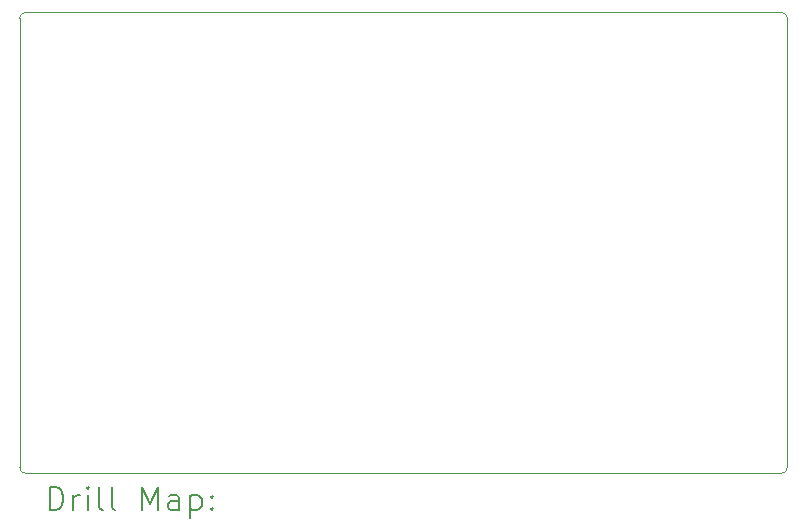
<source format=gbr>
%TF.GenerationSoftware,KiCad,Pcbnew,(6.0.10-0)*%
%TF.CreationDate,2023-01-29T13:48:38-06:00*%
%TF.ProjectId,spudglo_driver_v4p2,73707564-676c-46f5-9f64-72697665725f,rev?*%
%TF.SameCoordinates,Original*%
%TF.FileFunction,Drillmap*%
%TF.FilePolarity,Positive*%
%FSLAX45Y45*%
G04 Gerber Fmt 4.5, Leading zero omitted, Abs format (unit mm)*
G04 Created by KiCad (PCBNEW (6.0.10-0)) date 2023-01-29 13:48:38*
%MOMM*%
%LPD*%
G01*
G04 APERTURE LIST*
%ADD10C,0.050000*%
%ADD11C,0.200000*%
G04 APERTURE END LIST*
D10*
X19939000Y-4800600D02*
X26339000Y-4800600D01*
X26389800Y-4851400D02*
G75*
G03*
X26339000Y-4800600I-50800J0D01*
G01*
X19939000Y-4800600D02*
G75*
G03*
X19888200Y-4851400I0J-50800D01*
G01*
X26339000Y-8702200D02*
X19939000Y-8702200D01*
X19888200Y-8651400D02*
G75*
G03*
X19939000Y-8702200I50802J2D01*
G01*
X26389800Y-8651400D02*
X26389800Y-4851400D01*
X26339000Y-8702200D02*
G75*
G03*
X26389800Y-8651400I0J50800D01*
G01*
X19888200Y-8651400D02*
X19888200Y-4851400D01*
D11*
X20143319Y-9015176D02*
X20143319Y-8815176D01*
X20190938Y-8815176D01*
X20219510Y-8824700D01*
X20238557Y-8843748D01*
X20248081Y-8862795D01*
X20257605Y-8900890D01*
X20257605Y-8929462D01*
X20248081Y-8967557D01*
X20238557Y-8986605D01*
X20219510Y-9005652D01*
X20190938Y-9015176D01*
X20143319Y-9015176D01*
X20343319Y-9015176D02*
X20343319Y-8881843D01*
X20343319Y-8919938D02*
X20352843Y-8900890D01*
X20362367Y-8891367D01*
X20381414Y-8881843D01*
X20400462Y-8881843D01*
X20467129Y-9015176D02*
X20467129Y-8881843D01*
X20467129Y-8815176D02*
X20457605Y-8824700D01*
X20467129Y-8834224D01*
X20476652Y-8824700D01*
X20467129Y-8815176D01*
X20467129Y-8834224D01*
X20590938Y-9015176D02*
X20571890Y-9005652D01*
X20562367Y-8986605D01*
X20562367Y-8815176D01*
X20695700Y-9015176D02*
X20676652Y-9005652D01*
X20667129Y-8986605D01*
X20667129Y-8815176D01*
X20924271Y-9015176D02*
X20924271Y-8815176D01*
X20990938Y-8958033D01*
X21057605Y-8815176D01*
X21057605Y-9015176D01*
X21238557Y-9015176D02*
X21238557Y-8910414D01*
X21229033Y-8891367D01*
X21209986Y-8881843D01*
X21171890Y-8881843D01*
X21152843Y-8891367D01*
X21238557Y-9005652D02*
X21219510Y-9015176D01*
X21171890Y-9015176D01*
X21152843Y-9005652D01*
X21143319Y-8986605D01*
X21143319Y-8967557D01*
X21152843Y-8948510D01*
X21171890Y-8938986D01*
X21219510Y-8938986D01*
X21238557Y-8929462D01*
X21333795Y-8881843D02*
X21333795Y-9081843D01*
X21333795Y-8891367D02*
X21352843Y-8881843D01*
X21390938Y-8881843D01*
X21409986Y-8891367D01*
X21419510Y-8900890D01*
X21429033Y-8919938D01*
X21429033Y-8977081D01*
X21419510Y-8996129D01*
X21409986Y-9005652D01*
X21390938Y-9015176D01*
X21352843Y-9015176D01*
X21333795Y-9005652D01*
X21514748Y-8996129D02*
X21524271Y-9005652D01*
X21514748Y-9015176D01*
X21505224Y-9005652D01*
X21514748Y-8996129D01*
X21514748Y-9015176D01*
X21514748Y-8891367D02*
X21524271Y-8900890D01*
X21514748Y-8910414D01*
X21505224Y-8900890D01*
X21514748Y-8891367D01*
X21514748Y-8910414D01*
M02*

</source>
